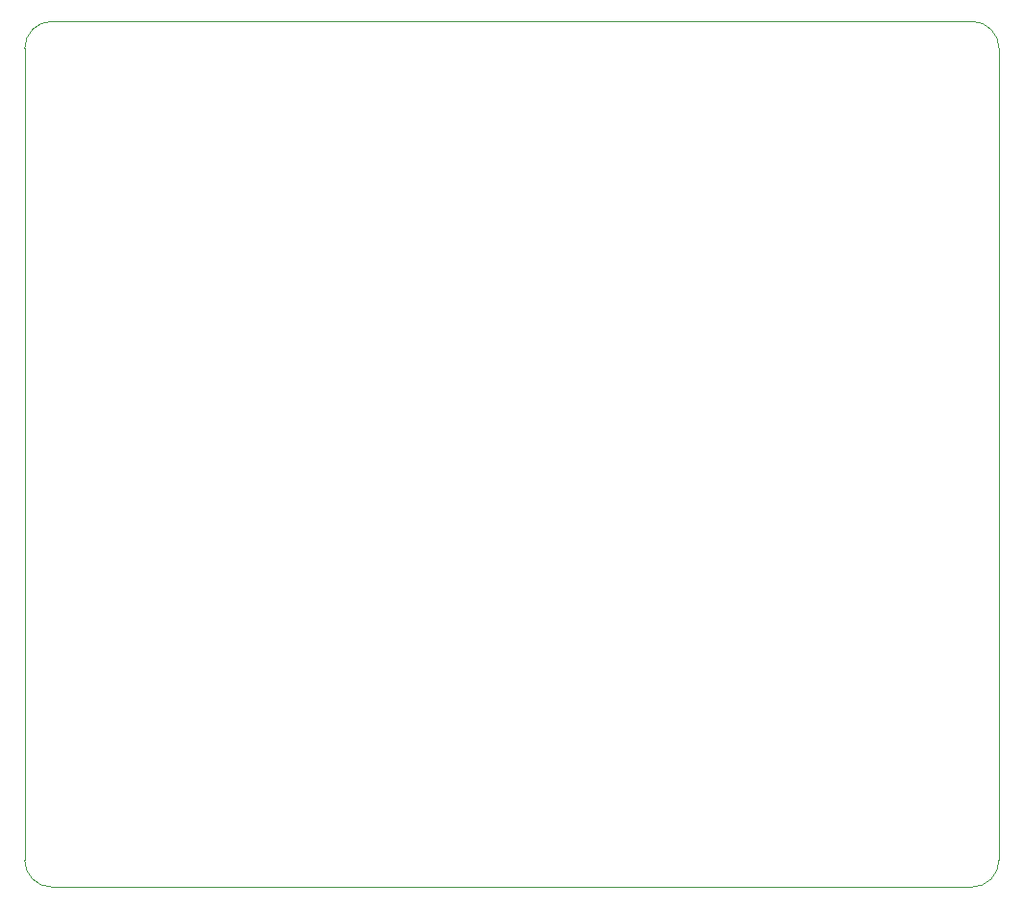
<source format=gm1>
G04 #@! TF.GenerationSoftware,KiCad,Pcbnew,5.1.4+dfsg1-1*
G04 #@! TF.CreationDate,2020-03-28T17:11:53+01:00*
G04 #@! TF.ProjectId,roni4x4ergo,726f6e69-3478-4346-9572-676f2e6b6963,rev?*
G04 #@! TF.SameCoordinates,Original*
G04 #@! TF.FileFunction,Profile,NP*
%FSLAX46Y46*%
G04 Gerber Fmt 4.6, Leading zero omitted, Abs format (unit mm)*
G04 Created by KiCad (PCBNEW 5.1.4+dfsg1-1) date 2020-03-28 17:11:53*
%MOMM*%
%LPD*%
G04 APERTURE LIST*
%ADD10C,0.050000*%
G04 APERTURE END LIST*
D10*
X147628200Y-15080300D02*
X147628200Y-86513300D01*
X61908000Y-15080300D02*
G75*
G02X64289100Y-12699200I2381100J0D01*
G01*
X64289100Y-88894400D02*
G75*
G02X61908000Y-86513300I0J2381100D01*
G01*
X147628200Y-86513300D02*
G75*
G02X145247100Y-88894400I-2381100J0D01*
G01*
X145247100Y-12699200D02*
G75*
G02X147628200Y-15080300I0J-2381100D01*
G01*
X64289100Y-12699200D02*
X145247100Y-12699200D01*
X61908000Y-86513300D02*
X61908000Y-15080300D01*
X145247100Y-88894400D02*
X64289100Y-88894400D01*
M02*

</source>
